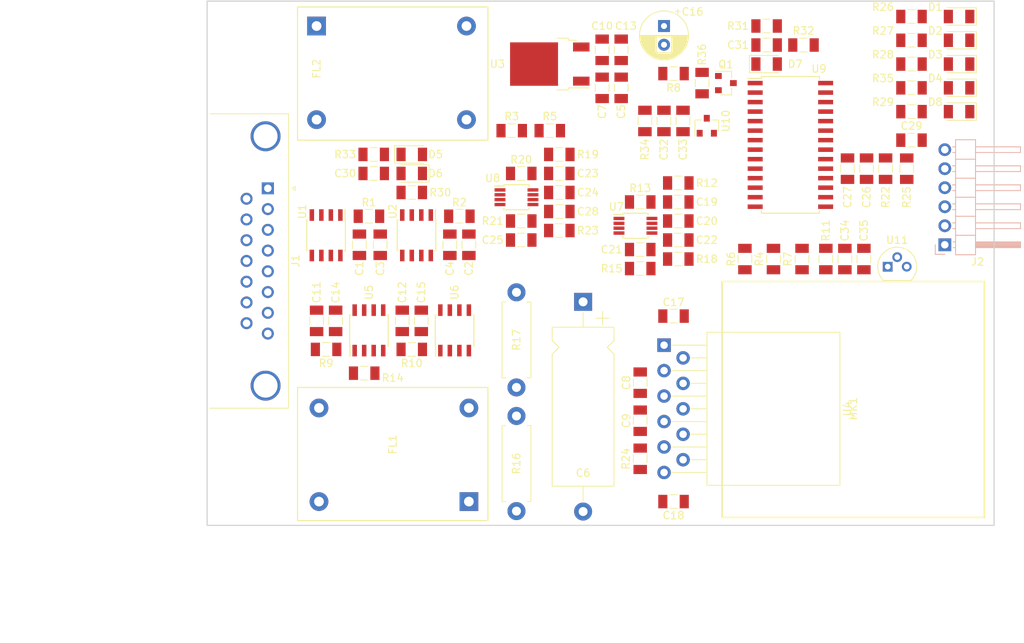
<source format=kicad_pcb>
(kicad_pcb (version 20171130) (host pcbnew "(5.0.0-rc2-dev-444-g2974a2c10)")
  (layers (0 F.Cu signal) (31 B.Cu signal) (34 B.Paste user) (35 F.Paste user) (36 B.SilkS user) (37 F.SilkS user) (38 B.Mask user) (39 F.Mask user) (44 Edge.Cuts user))
  (net 0 "")
  (net 1 "Net-(C1-Pad2)")
  (net 2 GND)
  (net 3 "Net-(C2-Pad2)")
  (net 4 +15V)
  (net 5 +5V)
  (net 6 "Net-(C11-Pad2)")
  (net 7 "Net-(C12-Pad2)")
  (net 8 OCC1)
  (net 9 "Net-(C17-Pad1)")
  (net 10 PWM2)
  (net 11 "Net-(C18-Pad2)")
  (net 12 "Net-(C19-Pad2)")
  (net 13 BMF)
  (net 14 "Net-(C23-Pad2)")
  (net 15 "Net-(C26-Pad2)")
  (net 16 OCC)
  (net 17 CSEN_FLT)
  (net 18 ID_R)
  (net 19 "Net-(C31-Pad2)")
  (net 20 "Net-(D1-Pad2)")
  (net 21 "Net-(D2-Pad2)")
  (net 22 "Net-(D3-Pad2)")
  (net 23 "Net-(D4-Pad2)")
  (net 24 ID)
  (net 25 RST)
  (net 26 OCC2)
  (net 27 PWMO2)
  (net 28 PWMO1)
  (net 29 ICSPDAT)
  (net 30 ICSPCLK)
  (net 31 "Net-(J2-Pad6)")
  (net 32 "Net-(Q1-Pad1)")
  (net 33 "Net-(R3-Pad2)")
  (net 34 BRK)
  (net 35 PWM)
  (net 36 DIR)
  (net 37 "Net-(R8-Pad1)")
  (net 38 "Net-(R13-Pad1)")
  (net 39 "Net-(R13-Pad2)")
  (net 40 TX_ENA)
  (net 41 "Net-(R18-Pad2)")
  (net 42 "Net-(R20-Pad1)")
  (net 43 "Net-(R20-Pad2)")
  (net 44 "Net-(R23-Pad2)")
  (net 45 CSEN)
  (net 46 "Net-(R26-Pad1)")
  (net 47 "Net-(R27-Pad1)")
  (net 48 "Net-(R28-Pad1)")
  (net 49 Reset_A)
  (net 50 Reset_B)
  (net 51 SYNC)
  (net 52 Sync_A)
  (net 53 Sync_B)
  (net 54 TX_B)
  (net 55 TX_A)
  (net 56 TX)
  (net 57 "Net-(U5-Pad1)")
  (net 58 RX_B)
  (net 59 RX_A)
  (net 60 RX)
  (net 61 "Net-(U9-Pad7)")
  (net 62 "Net-(U9-Pad9)")
  (net 63 "Net-(U9-Pad10)")
  (net 64 REF)
  (net 65 "Net-(C32-Pad2)")
  (net 66 "Net-(D8-Pad2)")
  (net 67 "Net-(R29-Pad1)")
  (net 68 "Net-(R35-Pad2)")
  (net 69 Vbus_flt)
  (net 70 GNDD)
  (net 71 "Net-(C34-Pad2)")
  (net 72 "Net-(FL2-Pad1)")
  (net 73 "Net-(FL2-Pad3)")
  (net 74 Vbus_flt+)
  (net 75 "Net-(U2-Pad2)")
  (net 76 "Net-(U4-Pad9)")
  (net 77 TEMP)
  (module Capacitor_SMD:C_1206_3216Metric (layer F.Cu) (at 70.32 82.535 270)
    (fp_text reference C1 (at 3.175 0 270) (layer F.SilkS))
    (fp_text value 22u)
    (pad 2 smd rect (at 1.43 0 270) (size 1.22 1.8) (layers F.Cu F.Paste F.Mask) (net 1 "Net-(C1-Pad2)"))
    (pad 1 smd rect (at -1.43 0 270) (size 1.22 1.8) (layers F.Cu F.Paste F.Mask) (net 2 GND))
  )
  (module Capacitor_SMD:C_1206_3216Metric (layer F.Cu) (at 84.925 82.535 270)
    (fp_text reference C2 (at 3.175 0 270) (layer F.SilkS))
    (fp_text value 22u)
    (pad 1 smd rect (at -1.43 0 270) (size 1.22 1.8) (layers F.Cu F.Paste F.Mask) (net 2 GND))
    (pad 2 smd rect (at 1.43 0 270) (size 1.22 1.8) (layers F.Cu F.Paste F.Mask) (net 3 "Net-(C2-Pad2)"))
  )
  (module Capacitor_SMD:C_1206_3216Metric (layer F.Cu) (at 73.096675 82.535 270)
    (fp_text reference C3 (at 3.175 0 270) (layer F.SilkS))
    (fp_text value 100n)
    (pad 1 smd rect (at -1.43 0 270) (size 1.22 1.8) (layers F.Cu F.Paste F.Mask) (net 2 GND))
    (pad 2 smd rect (at 1.43 0 270) (size 1.22 1.8) (layers F.Cu F.Paste F.Mask) (net 1 "Net-(C1-Pad2)"))
  )
  (module Capacitor_SMD:C_1206_3216Metric (layer F.Cu) (at 82.385 82.535 270)
    (fp_text reference C4 (at 3.175 0 270) (layer F.SilkS))
    (fp_text value 100n)
    (pad 1 smd rect (at -1.43 0 270) (size 1.22 1.8) (layers F.Cu F.Paste F.Mask) (net 2 GND))
    (pad 2 smd rect (at 1.43 0 270) (size 1.22 1.8) (layers F.Cu F.Paste F.Mask) (net 3 "Net-(C2-Pad2)"))
  )
  (module Capacitor_SMD:C_1206_3216Metric (layer F.Cu) (at 105.245 61.58 270)
    (fp_text reference C5 (at 3.175 0 270) (layer F.SilkS))
    (fp_text value 22u)
    (pad 1 smd rect (at -1.43 0 270) (size 1.22 1.8) (layers F.Cu F.Paste F.Mask) (net 2 GND))
    (pad 2 smd rect (at 1.43 0 270) (size 1.22 1.8) (layers F.Cu F.Paste F.Mask) (net 4 +15V))
  )
  (module Capacitor_SMD:C_1206_3216Metric (layer F.Cu) (at 102.705 61.58 270)
    (fp_text reference C7 (at 3.175 0 270) (layer F.SilkS))
    (fp_text value 100n)
    (pad 2 smd rect (at 1.43 0 270) (size 1.22 1.8) (layers F.Cu F.Paste F.Mask) (net 4 +15V))
    (pad 1 smd rect (at -1.43 0 270) (size 1.22 1.8) (layers F.Cu F.Paste F.Mask) (net 2 GND))
  )
  (module Capacitor_SMD:C_1206_3216Metric (layer F.Cu) (at 107.785 100.95 90)
    (fp_text reference C8 (at 0 -1.85 90) (layer F.SilkS))
    (fp_text value 22u)
    (pad 1 smd rect (at -1.43 0 90) (size 1.22 1.8) (layers F.Cu F.Paste F.Mask) (net 2 GND))
    (pad 2 smd rect (at 1.43 0 90) (size 1.22 1.8) (layers F.Cu F.Paste F.Mask) (net 69 Vbus_flt))
  )
  (module Capacitor_SMD:C_1206_3216Metric (layer F.Cu) (at 107.785 106.03 90)
    (fp_text reference C9 (at 0 -1.85 90) (layer F.SilkS))
    (fp_text value 100n)
    (pad 2 smd rect (at 1.43 0 90) (size 1.22 1.8) (layers F.Cu F.Paste F.Mask) (net 69 Vbus_flt))
    (pad 1 smd rect (at -1.43 0 90) (size 1.22 1.8) (layers F.Cu F.Paste F.Mask) (net 2 GND))
  )
  (module Capacitor_SMD:C_1206_3216Metric (layer F.Cu) (at 102.705 56.5 90)
    (fp_text reference C10 (at 3.175 0 180) (layer F.SilkS))
    (fp_text value 100n)
    (pad 2 smd rect (at 1.43 0 90) (size 1.22 1.8) (layers F.Cu F.Paste F.Mask) (net 5 +5V))
    (pad 1 smd rect (at -1.43 0 90) (size 1.22 1.8) (layers F.Cu F.Paste F.Mask) (net 2 GND))
  )
  (module Capacitor_SMD:C_1206_3216Metric (layer F.Cu) (at 64.605 92.695 90)
    (fp_text reference C11 (at 3.81 0 90) (layer F.SilkS))
    (fp_text value 22u)
    (pad 1 smd rect (at -1.43 0 90) (size 1.22 1.8) (layers F.Cu F.Paste F.Mask) (net 2 GND))
    (pad 2 smd rect (at 1.43 0 90) (size 1.22 1.8) (layers F.Cu F.Paste F.Mask) (net 6 "Net-(C11-Pad2)"))
  )
  (module Capacitor_SMD:C_1206_3216Metric (layer F.Cu) (at 76.035 92.695 90)
    (fp_text reference C12 (at 3.81 0 90) (layer F.SilkS))
    (fp_text value 22u)
    (pad 2 smd rect (at 1.43 0 90) (size 1.22 1.8) (layers F.Cu F.Paste F.Mask) (net 7 "Net-(C12-Pad2)"))
    (pad 1 smd rect (at -1.43 0 90) (size 1.22 1.8) (layers F.Cu F.Paste F.Mask) (net 2 GND))
  )
  (module Capacitor_SMD:C_1206_3216Metric (layer F.Cu) (at 105.245 56.5 90)
    (fp_text reference C13 (at 3.175 0.635 180) (layer F.SilkS))
    (fp_text value 22u)
    (pad 1 smd rect (at -1.43 0 90) (size 1.22 1.8) (layers F.Cu F.Paste F.Mask) (net 2 GND))
    (pad 2 smd rect (at 1.43 0 90) (size 1.22 1.8) (layers F.Cu F.Paste F.Mask) (net 5 +5V))
  )
  (module Capacitor_SMD:C_1206_3216Metric (layer F.Cu) (at 67.145 92.695 90)
    (fp_text reference C14 (at 3.81 0 90) (layer F.SilkS))
    (fp_text value 100n)
    (pad 1 smd rect (at -1.43 0 90) (size 1.22 1.8) (layers F.Cu F.Paste F.Mask) (net 2 GND))
    (pad 2 smd rect (at 1.43 0 90) (size 1.22 1.8) (layers F.Cu F.Paste F.Mask) (net 6 "Net-(C11-Pad2)"))
  )
  (module Capacitor_SMD:C_1206_3216Metric (layer F.Cu) (at 78.575 92.695 90)
    (fp_text reference C15 (at 3.81 0 90) (layer F.SilkS))
    (fp_text value 100n)
    (pad 2 smd rect (at 1.43 0 90) (size 1.22 1.8) (layers F.Cu F.Paste F.Mask) (net 7 "Net-(C12-Pad2)"))
    (pad 1 smd rect (at -1.43 0 90) (size 1.22 1.8) (layers F.Cu F.Paste F.Mask) (net 2 GND))
  )
  (module Capacitor_THT:CP_Radial_D6.3mm_P2.50mm (layer F.Cu) (at 110.96 53.325 270)
    (fp_text reference C16 (at -1.905 -3.81) (layer F.SilkS))
    (fp_text value 100u)
    (pad 1 thru_hole rect (at 0 0 270) (size 1.6 1.6) (drill 0.8) (layers *.Cu *.Mask) (net 5 +5V))
    (pad 2 thru_hole circle (at 2.5 0 270) (size 1.6 1.6) (drill 0.8) (layers *.Cu *.Mask) (net 2 GND))
  )
  (module Capacitor_SMD:C_1206_3216Metric (layer F.Cu) (at 112.23 92.06)
    (fp_text reference C17 (at 0 -1.85) (layer F.SilkS))
    (fp_text value 10n)
    (pad 2 smd rect (at 1.43 0) (size 1.22 1.8) (layers F.Cu F.Paste F.Mask) (net 8 OCC1))
    (pad 1 smd rect (at -1.43 0) (size 1.22 1.8) (layers F.Cu F.Paste F.Mask) (net 9 "Net-(C17-Pad1)"))
  )
  (module Capacitor_SMD:C_1206_3216Metric (layer F.Cu) (at 112.23 116.825 180)
    (fp_text reference C18 (at 0 -1.85 180) (layer F.SilkS))
    (fp_text value 10n)
    (pad 1 smd rect (at -1.43 0 180) (size 1.22 1.8) (layers F.Cu F.Paste F.Mask) (net 10 PWM2))
    (pad 2 smd rect (at 1.43 0 180) (size 1.22 1.8) (layers F.Cu F.Paste F.Mask) (net 11 "Net-(C18-Pad2)"))
  )
  (module Capacitor_SMD:C_1206_3216Metric (layer F.Cu) (at 112.865 76.82 180)
    (fp_text reference C19 (at -3.81 0 180) (layer F.SilkS))
    (fp_text value 22u)
    (pad 1 smd rect (at -1.43 0 180) (size 1.22 1.8) (layers F.Cu F.Paste F.Mask) (net 2 GND))
    (pad 2 smd rect (at 1.43 0 180) (size 1.22 1.8) (layers F.Cu F.Paste F.Mask) (net 12 "Net-(C19-Pad2)"))
  )
  (module Capacitor_SMD:C_1206_3216Metric (layer F.Cu) (at 112.865 79.36 180)
    (fp_text reference C20 (at -3.81 0 180) (layer F.SilkS))
    (fp_text value 100n)
    (pad 2 smd rect (at 1.43 0 180) (size 1.22 1.8) (layers F.Cu F.Paste F.Mask) (net 12 "Net-(C19-Pad2)"))
    (pad 1 smd rect (at -1.43 0 180) (size 1.22 1.8) (layers F.Cu F.Paste F.Mask) (net 2 GND))
  )
  (module Capacitor_SMD:C_1206_3216Metric (layer F.Cu) (at 107.785 83.17)
    (fp_text reference C21 (at -3.81 0) (layer F.SilkS))
    (fp_text value 100n)
    (pad 2 smd rect (at 1.43 0) (size 1.22 1.8) (layers F.Cu F.Paste F.Mask) (net 64 REF))
    (pad 1 smd rect (at -1.43 0) (size 1.22 1.8) (layers F.Cu F.Paste F.Mask) (net 2 GND))
  )
  (module Capacitor_SMD:C_1206_3216Metric (layer F.Cu) (at 112.865 81.9 180)
    (fp_text reference C22 (at -3.81 0 180) (layer F.SilkS))
    (fp_text value 1u)
    (pad 1 smd rect (at -1.43 0 180) (size 1.22 1.8) (layers F.Cu F.Paste F.Mask) (net 2 GND))
    (pad 2 smd rect (at 1.43 0 180) (size 1.22 1.8) (layers F.Cu F.Paste F.Mask) (net 13 BMF))
  )
  (module Capacitor_SMD:C_1206_3216Metric (layer F.Cu) (at 96.99 73.01 180)
    (fp_text reference C23 (at -3.81 0 180) (layer F.SilkS))
    (fp_text value 22u)
    (pad 2 smd rect (at 1.43 0 180) (size 1.22 1.8) (layers F.Cu F.Paste F.Mask) (net 14 "Net-(C23-Pad2)"))
    (pad 1 smd rect (at -1.43 0 180) (size 1.22 1.8) (layers F.Cu F.Paste F.Mask) (net 2 GND))
  )
  (module Capacitor_SMD:C_1206_3216Metric (layer F.Cu) (at 96.99 75.55 180)
    (fp_text reference C24 (at -3.81 0 180) (layer F.SilkS))
    (fp_text value 100n)
    (pad 1 smd rect (at -1.43 0 180) (size 1.22 1.8) (layers F.Cu F.Paste F.Mask) (net 2 GND))
    (pad 2 smd rect (at 1.43 0 180) (size 1.22 1.8) (layers F.Cu F.Paste F.Mask) (net 14 "Net-(C23-Pad2)"))
  )
  (module Capacitor_SMD:C_1206_3216Metric (layer F.Cu) (at 91.91 81.9)
    (fp_text reference C25 (at -3.81 0) (layer F.SilkS))
    (fp_text value 100n)
    (pad 1 smd rect (at -1.43 0) (size 1.22 1.8) (layers F.Cu F.Paste F.Mask) (net 2 GND))
    (pad 2 smd rect (at 1.43 0) (size 1.22 1.8) (layers F.Cu F.Paste F.Mask) (net 64 REF))
  )
  (module Capacitor_SMD:C_1206_3216Metric (layer F.Cu) (at 137.984052 72.372479 90)
    (fp_text reference C26 (at -3.81 0 90) (layer F.SilkS))
    (fp_text value 22u)
    (pad 2 smd rect (at 1.43 0 90) (size 1.22 1.8) (layers F.Cu F.Paste F.Mask) (net 15 "Net-(C26-Pad2)"))
    (pad 1 smd rect (at -1.43 0 90) (size 1.22 1.8) (layers F.Cu F.Paste F.Mask) (net 2 GND))
  )
  (module Capacitor_SMD:C_1206_3216Metric (layer F.Cu) (at 135.444052 72.372479 90)
    (fp_text reference C27 (at -3.81 0 90) (layer F.SilkS))
    (fp_text value 100n)
    (pad 1 smd rect (at -1.43 0 90) (size 1.22 1.8) (layers F.Cu F.Paste F.Mask) (net 2 GND))
    (pad 2 smd rect (at 1.43 0 90) (size 1.22 1.8) (layers F.Cu F.Paste F.Mask) (net 15 "Net-(C26-Pad2)"))
  )
  (module Capacitor_SMD:C_1206_3216Metric (layer F.Cu) (at 96.99 78.09 180)
    (fp_text reference C28 (at -3.81 0 180) (layer F.SilkS))
    (fp_text value 1u)
    (pad 1 smd rect (at -1.43 0 180) (size 1.22 1.8) (layers F.Cu F.Paste F.Mask) (net 2 GND))
    (pad 2 smd rect (at 1.43 0 180) (size 1.22 1.8) (layers F.Cu F.Paste F.Mask) (net 16 OCC))
  )
  (module Capacitor_SMD:C_1206_3216Metric (layer F.Cu) (at 143.98 68.565 180)
    (fp_text reference C29 (at 0 1.905 180) (layer F.SilkS))
    (fp_text value 22u)
    (pad 2 smd rect (at 1.43 0 180) (size 1.22 1.8) (layers F.Cu F.Paste F.Mask) (net 17 CSEN_FLT))
    (pad 1 smd rect (at -1.43 0 180) (size 1.22 1.8) (layers F.Cu F.Paste F.Mask) (net 2 GND))
  )
  (module Capacitor_SMD:C_1206_3216Metric (layer F.Cu) (at 72.225 73.01 180)
    (fp_text reference C30 (at 3.81 0 180) (layer F.SilkS))
    (fp_text value 22u)
    (pad 2 smd rect (at 1.43 0 180) (size 1.22 1.8) (layers F.Cu F.Paste F.Mask) (net 18 ID_R))
    (pad 1 smd rect (at -1.43 0 180) (size 1.22 1.8) (layers F.Cu F.Paste F.Mask) (net 2 GND))
  )
  (module Capacitor_SMD:C_1206_3216Metric (layer F.Cu) (at 124.649052 55.862479)
    (fp_text reference C31 (at -3.81 0) (layer F.SilkS))
    (fp_text value 100n)
    (pad 2 smd rect (at 1.43 0) (size 1.22 1.8) (layers F.Cu F.Paste F.Mask) (net 19 "Net-(C31-Pad2)"))
    (pad 1 smd rect (at -1.43 0) (size 1.22 1.8) (layers F.Cu F.Paste F.Mask) (net 2 GND))
  )
  (module LED_SMD:LED_1206_3216Metric (layer F.Cu) (at 150.33 52.055 180)
    (fp_text reference D1 (at 3.175 1.27 180) (layer F.SilkS))
    (fp_text value LED)
    (pad 1 smd rect (at -1.43 0 180) (size 1.22 1.8) (layers F.Cu F.Paste F.Mask) (net 2 GND))
    (pad 2 smd rect (at 1.43 0 180) (size 1.22 1.8) (layers F.Cu F.Paste F.Mask) (net 20 "Net-(D1-Pad2)"))
  )
  (module LED_SMD:LED_1206_3216Metric (layer F.Cu) (at 150.33 55.23 180)
    (fp_text reference D2 (at 3.175 1.27 180) (layer F.SilkS))
    (fp_text value LED)
    (pad 1 smd rect (at -1.43 0 180) (size 1.22 1.8) (layers F.Cu F.Paste F.Mask) (net 2 GND))
    (pad 2 smd rect (at 1.43 0 180) (size 1.22 1.8) (layers F.Cu F.Paste F.Mask) (net 21 "Net-(D2-Pad2)"))
  )
  (module LED_SMD:LED_1206_3216Metric (layer F.Cu) (at 150.33 58.405 180)
    (fp_text reference D3 (at 3.175 1.27 180) (layer F.SilkS))
    (fp_text value LED)
    (pad 2 smd rect (at 1.43 0 180) (size 1.22 1.8) (layers F.Cu F.Paste F.Mask) (net 22 "Net-(D3-Pad2)"))
    (pad 1 smd rect (at -1.43 0 180) (size 1.22 1.8) (layers F.Cu F.Paste F.Mask) (net 2 GND))
  )
  (module LED_SMD:LED_1206_3216Metric (layer F.Cu) (at 150.33 61.58 180)
    (fp_text reference D4 (at 3.175 1.27 180) (layer F.SilkS))
    (fp_text value LED)
    (pad 2 smd rect (at 1.43 0 180) (size 1.22 1.8) (layers F.Cu F.Paste F.Mask) (net 23 "Net-(D4-Pad2)"))
    (pad 1 smd rect (at -1.43 0 180) (size 1.22 1.8) (layers F.Cu F.Paste F.Mask) (net 2 GND))
  )
  (module Diode_SMD:D_1206_3216Metric (layer F.Cu) (at 77.305 70.47)
    (fp_text reference D5 (at 3.175 0) (layer F.SilkS))
    (fp_text value 1n4148)
    (pad 1 smd rect (at -1.43 0) (size 1.22 1.8) (layers F.Cu F.Paste F.Mask) (net 5 +5V))
    (pad 2 smd rect (at 1.43 0) (size 1.22 1.8) (layers F.Cu F.Paste F.Mask) (net 24 ID))
  )
  (module Diode_SMD:D_1206_3216Metric (layer F.Cu) (at 77.305 73.01 180)
    (fp_text reference D6 (at -3.175 0 180) (layer F.SilkS))
    (fp_text value 1n4148)
    (pad 2 smd rect (at 1.43 0 180) (size 1.22 1.8) (layers F.Cu F.Paste F.Mask) (net 2 GND))
    (pad 1 smd rect (at -1.43 0 180) (size 1.22 1.8) (layers F.Cu F.Paste F.Mask) (net 24 ID))
  )
  (module Diode_SMD:D_1206_3216Metric (layer F.Cu) (at 124.649052 58.402479)
    (fp_text reference D7 (at 3.81 0) (layer F.SilkS))
    (fp_text value 1n4148)
    (pad 1 smd rect (at -1.43 0) (size 1.22 1.8) (layers F.Cu F.Paste F.Mask) (net 25 RST))
    (pad 2 smd rect (at 1.43 0) (size 1.22 1.8) (layers F.Cu F.Paste F.Mask) (net 19 "Net-(C31-Pad2)"))
  )
  (module Package_TO_SOT_SMD:SOT-23 (layer F.Cu) (at 119.215 60.945)
    (fp_text reference Q1 (at 0 -2.5) (layer F.SilkS))
    (fp_text value 2N7002)
    (pad 1 smd rect (at -1 -0.95) (size 0.9 0.8) (layers F.Cu F.Paste F.Mask) (net 32 "Net-(Q1-Pad1)"))
    (pad 2 smd rect (at -1 0.95) (size 0.9 0.8) (layers F.Cu F.Paste F.Mask) (net 2 GND))
    (pad 3 smd rect (at 1 0) (size 0.9 0.8) (layers F.Cu F.Paste F.Mask) (net 25 RST))
  )
  (module Resistor_SMD:R_1206_3216Metric (layer F.Cu) (at 71.59 78.725)
    (fp_text reference R1 (at 0 -1.85) (layer F.SilkS))
    (fp_text value 10E)
    (pad 2 smd rect (at 1.43 0) (size 1.22 1.8) (layers F.Cu F.Paste F.Mask) (net 5 +5V))
    (pad 1 smd rect (at -1.43 0) (size 1.22 1.8) (layers F.Cu F.Paste F.Mask) (net 1 "Net-(C1-Pad2)"))
  )
  (module Resistor_SMD:R_1206_3216Metric (layer F.Cu) (at 83.655 78.725)
    (fp_text reference R2 (at 0 -1.85) (layer F.SilkS))
    (fp_text value 10E)
    (pad 2 smd rect (at 1.43 0) (size 1.22 1.8) (layers F.Cu F.Paste F.Mask) (net 5 +5V))
    (pad 1 smd rect (at -1.43 0) (size 1.22 1.8) (layers F.Cu F.Paste F.Mask) (net 3 "Net-(C2-Pad2)"))
  )
  (module Resistor_SMD:R_1206_3216Metric (layer F.Cu) (at 90.64 67.295)
    (fp_text reference R3 (at 0 -1.905) (layer F.SilkS))
    (fp_text value 10E)
    (pad 2 smd rect (at 1.43 0) (size 1.22 1.8) (layers F.Cu F.Paste F.Mask) (net 33 "Net-(R3-Pad2)"))
    (pad 1 smd rect (at -1.43 0) (size 1.22 1.8) (layers F.Cu F.Paste F.Mask) (net 74 Vbus_flt+))
  )
  (module Resistor_SMD:R_1206_3216Metric (layer F.Cu) (at 125.565 84.44 270)
    (fp_text reference R4 (at 0 1.905 270) (layer F.SilkS))
    (fp_text value 4K7)
    (pad 2 smd rect (at 1.43 0 270) (size 1.22 1.8) (layers F.Cu F.Paste F.Mask) (net 5 +5V))
    (pad 1 smd rect (at -1.43 0 270) (size 1.22 1.8) (layers F.Cu F.Paste F.Mask) (net 34 BRK))
  )
  (module Resistor_SMD:R_1206_3216Metric (layer F.Cu) (at 95.72 67.295)
    (fp_text reference R5 (at 0 -1.905) (layer F.SilkS))
    (fp_text value 10E)
    (pad 1 smd rect (at -1.43 0) (size 1.22 1.8) (layers F.Cu F.Paste F.Mask) (net 33 "Net-(R3-Pad2)"))
    (pad 2 smd rect (at 1.43 0) (size 1.22 1.8) (layers F.Cu F.Paste F.Mask) (net 4 +15V))
  )
  (module Resistor_SMD:R_1206_3216Metric (layer F.Cu) (at 121.755 84.44 90)
    (fp_text reference R6 (at 0 -1.85 90) (layer F.SilkS))
    (fp_text value 4K7)
    (pad 1 smd rect (at -1.43 0 90) (size 1.22 1.8) (layers F.Cu F.Paste F.Mask) (net 2 GND))
    (pad 2 smd rect (at 1.43 0 90) (size 1.22 1.8) (layers F.Cu F.Paste F.Mask) (net 35 PWM))
  )
  (module Resistor_SMD:R_1206_3216Metric (layer F.Cu) (at 129.375 84.44 90)
    (fp_text reference R7 (at 0 -1.905 90) (layer F.SilkS))
    (fp_text value 4K7)
    (pad 1 smd rect (at -1.43 0 90) (size 1.22 1.8) (layers F.Cu F.Paste F.Mask) (net 2 GND))
    (pad 2 smd rect (at 1.43 0 90) (size 1.22 1.8) (layers F.Cu F.Paste F.Mask) (net 36 DIR))
  )
  (module Resistor_SMD:R_1206_3216Metric (layer F.Cu) (at 112.23 59.675)
    (fp_text reference R8 (at 0 1.905) (layer F.SilkS))
    (fp_text value 100E)
    (pad 1 smd rect (at -1.43 0) (size 1.22 1.8) (layers F.Cu F.Paste F.Mask) (net 37 "Net-(R8-Pad1)"))
    (pad 2 smd rect (at 1.43 0) (size 1.22 1.8) (layers F.Cu F.Paste F.Mask) (net 32 "Net-(Q1-Pad1)"))
  )
  (module Resistor_SMD:R_1206_3216Metric (layer F.Cu) (at 65.875 96.505 180)
    (fp_text reference R9 (at 0 -1.85 180) (layer F.SilkS))
    (fp_text value 10E)
    (pad 1 smd rect (at -1.43 0 180) (size 1.22 1.8) (layers F.Cu F.Paste F.Mask) (net 6 "Net-(C11-Pad2)"))
    (pad 2 smd rect (at 1.43 0 180) (size 1.22 1.8) (layers F.Cu F.Paste F.Mask) (net 5 +5V))
  )
  (module Resistor_SMD:R_1206_3216Metric (layer F.Cu) (at 77.305 96.505 180)
    (fp_text reference R10 (at 0 -1.85 180) (layer F.SilkS))
    (fp_text value 10E)
    (pad 1 smd rect (at -1.43 0 180) (size 1.22 1.8) (layers F.Cu F.Paste F.Mask) (net 7 "Net-(C12-Pad2)"))
    (pad 2 smd rect (at 1.43 0 180) (size 1.22 1.8) (layers F.Cu F.Paste F.Mask) (net 5 +5V))
  )
  (module Resistor_SMD:R_1206_3216Metric (layer F.Cu) (at 132.55 84.44 270)
    (fp_text reference R11 (at -3.81 0 270) (layer F.SilkS))
    (fp_text value 10E)
    (pad 2 smd rect (at 1.43 0 270) (size 1.22 1.8) (layers F.Cu F.Paste F.Mask) (net 5 +5V))
    (pad 1 smd rect (at -1.43 0 270) (size 1.22 1.8) (layers F.Cu F.Paste F.Mask) (net 71 "Net-(C34-Pad2)"))
  )
  (module Resistor_SMD:R_1206_3216Metric (layer F.Cu) (at 112.865 74.28 180)
    (fp_text reference R12 (at -3.81 0 180) (layer F.SilkS))
    (fp_text value 10E)
    (pad 2 smd rect (at 1.43 0 180) (size 1.22 1.8) (layers F.Cu F.Paste F.Mask) (net 12 "Net-(C19-Pad2)"))
    (pad 1 smd rect (at -1.43 0 180) (size 1.22 1.8) (layers F.Cu F.Paste F.Mask) (net 5 +5V))
  )
  (module Resistor_SMD:R_1206_3216Metric (layer F.Cu) (at 107.785 76.82)
    (fp_text reference R13 (at 0 -1.85) (layer F.SilkS))
    (fp_text value 10E)
    (pad 1 smd rect (at -1.43 0) (size 1.22 1.8) (layers F.Cu F.Paste F.Mask) (net 38 "Net-(R13-Pad1)"))
    (pad 2 smd rect (at 1.43 0) (size 1.22 1.8) (layers F.Cu F.Paste F.Mask) (net 39 "Net-(R13-Pad2)"))
  )
  (module Resistor_SMD:R_1206_3216Metric (layer F.Cu) (at 70.955 99.68)
    (fp_text reference R14 (at 3.81 0.635) (layer F.SilkS))
    (fp_text value 4K7)
    (pad 2 smd rect (at 1.43 0) (size 1.22 1.8) (layers F.Cu F.Paste F.Mask) (net 40 TX_ENA))
    (pad 1 smd rect (at -1.43 0) (size 1.22 1.8) (layers F.Cu F.Paste F.Mask) (net 2 GND))
  )
  (module Resistor_SMD:R_1206_3216Metric (layer F.Cu) (at 107.785 85.71 180)
    (fp_text reference R15 (at 3.81 0 180) (layer F.SilkS))
    (fp_text value 10E)
    (pad 2 smd rect (at 1.43 0 180) (size 1.22 1.8) (layers F.Cu F.Paste F.Mask) (net 2 GND))
    (pad 1 smd rect (at -1.43 0 180) (size 1.22 1.8) (layers F.Cu F.Paste F.Mask) (net 64 REF))
  )
  (module Resistor_SMD:R_1206_3216Metric (layer F.Cu) (at 112.865 84.44)
    (fp_text reference R18 (at 3.81 0) (layer F.SilkS))
    (fp_text value 100E)
    (pad 1 smd rect (at -1.43 0) (size 1.22 1.8) (layers F.Cu F.Paste F.Mask) (net 13 BMF))
    (pad 2 smd rect (at 1.43 0) (size 1.22 1.8) (layers F.Cu F.Paste F.Mask) (net 41 "Net-(R18-Pad2)"))
  )
  (module Resistor_SMD:R_1206_3216Metric (layer F.Cu) (at 96.99 70.47 180)
    (fp_text reference R19 (at -3.81 0 180) (layer F.SilkS))
    (fp_text value 10E)
    (pad 2 smd rect (at 1.43 0 180) (size 1.22 1.8) (layers F.Cu F.Paste F.Mask) (net 14 "Net-(C23-Pad2)"))
    (pad 1 smd rect (at -1.43 0 180) (size 1.22 1.8) (layers F.Cu F.Paste F.Mask) (net 5 +5V))
  )
  (module Resistor_SMD:R_1206_3216Metric (layer F.Cu) (at 91.91 73.01)
    (fp_text reference R20 (at 0 -1.85) (layer F.SilkS))
    (fp_text value 10E)
    (pad 1 smd rect (at -1.43 0) (size 1.22 1.8) (layers F.Cu F.Paste F.Mask) (net 42 "Net-(R20-Pad1)"))
    (pad 2 smd rect (at 1.43 0) (size 1.22 1.8) (layers F.Cu F.Paste F.Mask) (net 43 "Net-(R20-Pad2)"))
  )
  (module Resistor_SMD:R_1206_3216Metric (layer F.Cu) (at 91.91 79.36 180)
    (fp_text reference R21 (at 3.81 0 180) (layer F.SilkS))
    (fp_text value 10E)
    (pad 2 smd rect (at 1.43 0 180) (size 1.22 1.8) (layers F.Cu F.Paste F.Mask) (net 2 GND))
    (pad 1 smd rect (at -1.43 0 180) (size 1.22 1.8) (layers F.Cu F.Paste F.Mask) (net 64 REF))
  )
  (module Resistor_SMD:R_1206_3216Metric (layer F.Cu) (at 140.524052 72.372479 90)
    (fp_text reference R22 (at -3.81 0 90) (layer F.SilkS))
    (fp_text value 10E)
    (pad 1 smd rect (at -1.43 0 90) (size 1.22 1.8) (layers F.Cu F.Paste F.Mask) (net 5 +5V))
    (pad 2 smd rect (at 1.43 0 90) (size 1.22 1.8) (layers F.Cu F.Paste F.Mask) (net 15 "Net-(C26-Pad2)"))
  )
  (module Resistor_SMD:R_1206_3216Metric (layer F.Cu) (at 96.99 80.63)
    (fp_text reference R23 (at 3.81 0) (layer F.SilkS))
    (fp_text value 100E)
    (pad 1 smd rect (at -1.43 0) (size 1.22 1.8) (layers F.Cu F.Paste F.Mask) (net 16 OCC))
    (pad 2 smd rect (at 1.43 0) (size 1.22 1.8) (layers F.Cu F.Paste F.Mask) (net 44 "Net-(R23-Pad2)"))
  )
  (module Resistor_SMD:R_1206_3216Metric (layer F.Cu) (at 107.785 111.11 270)
    (fp_text reference R24 (at 0 1.905 270) (layer F.SilkS))
    (fp_text value 3K3)
    (pad 2 smd rect (at 1.43 0 270) (size 1.22 1.8) (layers F.Cu F.Paste F.Mask) (net 45 CSEN))
    (pad 1 smd rect (at -1.43 0 270) (size 1.22 1.8) (layers F.Cu F.Paste F.Mask) (net 2 GND))
  )
  (module Resistor_SMD:R_1206_3216Metric (layer F.Cu) (at 143.345 72.375 90)
    (fp_text reference R25 (at -3.81 0 90) (layer F.SilkS))
    (fp_text value 1K)
    (pad 1 smd rect (at -1.43 0 90) (size 1.22 1.8) (layers F.Cu F.Paste F.Mask) (net 45 CSEN))
    (pad 2 smd rect (at 1.43 0 90) (size 1.22 1.8) (layers F.Cu F.Paste F.Mask) (net 17 CSEN_FLT))
  )
  (module Resistor_SMD:R_1206_3216Metric (layer F.Cu) (at 143.98 52.055)
    (fp_text reference R26 (at -3.81 -1.27) (layer F.SilkS))
    (fp_text value 330E)
    (pad 2 smd rect (at 1.43 0) (size 1.22 1.8) (layers F.Cu F.Paste F.Mask) (net 20 "Net-(D1-Pad2)"))
    (pad 1 smd rect (at -1.43 0) (size 1.22 1.8) (layers F.Cu F.Paste F.Mask) (net 46 "Net-(R26-Pad1)"))
  )
  (module Resistor_SMD:R_1206_3216Metric (layer F.Cu) (at 143.98 55.23)
    (fp_text reference R27 (at -3.81 -1.27) (layer F.SilkS))
    (fp_text value 330E)
    (pad 1 smd rect (at -1.43 0) (size 1.22 1.8) (layers F.Cu F.Paste F.Mask) (net 47 "Net-(R27-Pad1)"))
    (pad 2 smd rect (at 1.43 0) (size 1.22 1.8) (layers F.Cu F.Paste F.Mask) (net 21 "Net-(D2-Pad2)"))
  )
  (module Resistor_SMD:R_1206_3216Metric (layer F.Cu) (at 143.98 58.405)
    (fp_text reference R28 (at -3.81 -1.27) (layer F.SilkS))
    (fp_text value 330E)
    (pad 2 smd rect (at 1.43 0) (size 1.22 1.8) (layers F.Cu F.Paste F.Mask) (net 22 "Net-(D3-Pad2)"))
    (pad 1 smd rect (at -1.43 0) (size 1.22 1.8) (layers F.Cu F.Paste F.Mask) (net 48 "Net-(R28-Pad1)"))
  )
  (module Resistor_SMD:R_1206_3216Metric (layer F.Cu) (at 143.98 64.755)
    (fp_text reference R29 (at -3.81 -1.27) (layer F.SilkS))
    (fp_text value 330E)
    (pad 2 smd rect (at 1.43 0) (size 1.22 1.8) (layers F.Cu F.Paste F.Mask) (net 66 "Net-(D8-Pad2)"))
    (pad 1 smd rect (at -1.43 0) (size 1.22 1.8) (layers F.Cu F.Paste F.Mask) (net 67 "Net-(R29-Pad1)"))
  )
  (module Resistor_SMD:R_1206_3216Metric (layer F.Cu) (at 77.305 75.55)
    (fp_text reference R30 (at 3.81 0) (layer F.SilkS))
    (fp_text value 1K)
    (pad 1 smd rect (at -1.43 0) (size 1.22 1.8) (layers F.Cu F.Paste F.Mask) (net 18 ID_R))
    (pad 2 smd rect (at 1.43 0) (size 1.22 1.8) (layers F.Cu F.Paste F.Mask) (net 24 ID))
  )
  (module Resistor_SMD:R_1206_3216Metric (layer F.Cu) (at 124.649052 53.322479 180)
    (fp_text reference R31 (at 3.81 0 180) (layer F.SilkS))
    (fp_text value 100K)
    (pad 1 smd rect (at -1.43 0 180) (size 1.22 1.8) (layers F.Cu F.Paste F.Mask) (net 19 "Net-(C31-Pad2)"))
    (pad 2 smd rect (at 1.43 0 180) (size 1.22 1.8) (layers F.Cu F.Paste F.Mask) (net 2 GND))
  )
  (module Resistor_SMD:R_1206_3216Metric (layer F.Cu) (at 129.569052 55.862479 180)
    (fp_text reference R32 (at 0 1.905 180) (layer F.SilkS))
    (fp_text value 10K)
    (pad 1 smd rect (at -1.43 0 180) (size 1.22 1.8) (layers F.Cu F.Paste F.Mask) (net 5 +5V))
    (pad 2 smd rect (at 1.43 0 180) (size 1.22 1.8) (layers F.Cu F.Paste F.Mask) (net 19 "Net-(C31-Pad2)"))
  )
  (module Resistor_SMD:R_1206_3216Metric (layer F.Cu) (at 72.225 70.47 180)
    (fp_text reference R33 (at 3.81 0 180) (layer F.SilkS))
    (fp_text value 1K)
    (pad 2 smd rect (at 1.43 0 180) (size 1.22 1.8) (layers F.Cu F.Paste F.Mask) (net 18 ID_R))
    (pad 1 smd rect (at -1.43 0 180) (size 1.22 1.8) (layers F.Cu F.Paste F.Mask) (net 5 +5V))
  )
  (module Package_SO:SOIC-8_3.9x4.9mm_P1.27mm (layer F.Cu) (at 65.875 81.265 270)
    (fp_text reference U1 (at -3.175 3.175 270) (layer F.SilkS))
    (fp_text value ST485EBDR)
    (pad 1 smd rect (at -2.7 -1.905 270) (size 1.55 0.6) (layers F.Cu F.Paste F.Mask) (net 37 "Net-(R8-Pad1)"))
    (pad 2 smd rect (at -2.7 -0.635 270) (size 1.55 0.6) (layers F.Cu F.Paste F.Mask) (net 2 GND))
    (pad 3 smd rect (at -2.7 0.635 270) (size 1.55 0.6) (layers F.Cu F.Paste F.Mask) (net 2 GND))
    (pad 4 smd rect (at -2.7 1.905 270) (size 1.55 0.6) (layers F.Cu F.Paste F.Mask) (net 2 GND))
    (pad 5 smd rect (at 2.7 1.905 270) (size 1.55 0.6) (layers F.Cu F.Paste F.Mask) (net 2 GND))
    (pad 6 smd rect (at 2.7 0.635 270) (size 1.55 0.6) (layers F.Cu F.Paste F.Mask) (net 49 Reset_A))
    (pad 7 smd rect (at 2.7 -0.635 270) (size 1.55 0.6) (layers F.Cu F.Paste F.Mask) (net 50 Reset_B))
    (pad 8 smd rect (at 2.7 -1.905 270) (size 1.55 0.6) (layers F.Cu F.Paste F.Mask) (net 1 "Net-(C1-Pad2)"))
  )
  (module Package_SO:SOIC-8_3.9x4.9mm_P1.27mm (layer F.Cu) (at 77.94 81.265 270)
    (fp_text reference U2 (at -3.175 3.175 270) (layer F.SilkS))
    (fp_text value ST485EBDR)
    (pad 1 smd rect (at -2.7 -1.905 270) (size 1.55 0.6) (layers F.Cu F.Paste F.Mask) (net 51 SYNC))
    (pad 2 smd rect (at -2.7 -0.635 270) (size 1.55 0.6) (layers F.Cu F.Paste F.Mask) (net 75 "Net-(U2-Pad2)"))
    (pad 3 smd rect (at -2.7 0.635 270) (size 1.55 0.6) (layers F.Cu F.Paste F.Mask) (net 75 "Net-(U2-Pad2)"))
    (pad 4 smd rect (at -2.7 1.905 270) (size 1.55 0.6) (layers F.Cu F.Paste F.Mask) (net 75 "Net-(U2-Pad2)"))
    (pad 5 smd rect (at 2.7 1.905 270) (size 1.55 0.6) (layers F.Cu F.Paste F.Mask) (net 75 "Net-(U2-Pad2)"))
    (pad 6 smd rect (at 2.7 0.635 270) (size 1.55 0.6) (layers F.Cu F.Paste F.Mask) (net 52 Sync_A))
    (pad 7 smd rect (at 2.7 -0.635 270) (size 1.55 0.6) (layers F.Cu F.Paste F.Mask) (net 53 Sync_B))
    (pad 8 smd rect (at 2.7 -1.905 270) (size 1.55 0.6) (layers F.Cu F.Paste F.Mask) (net 3 "Net-(C2-Pad2)"))
  )
  (module Package_TO_SOT_SMD:TO-252-2 (layer F.Cu) (at 95.72 58.405 180)
    (fp_text reference U3 (at 6.985 0 180) (layer F.SilkS))
    (fp_text value LM78M05_TO252)
    (pad 1 smd rect (at -4.2 -2.28 180) (size 2.2 1.2) (layers F.Cu F.Paste F.Mask) (net 4 +15V))
    (pad 3 smd rect (at -4.2 2.28 180) (size 2.2 1.2) (layers F.Cu F.Paste F.Mask) (net 5 +5V))
    (pad 2 smd rect (at 2.1 0 180) (size 6.4 5.8) (layers F.Cu F.Mask) (net 2 GND))
  )
  (module Package_TO_SOT_THT:TO-220-11_Horizontal_TabDown_StaggeredType1_Py2.54mm (layer F.Cu) (at 110.967015 95.937987 270)
    (fp_text reference U4 (at 8.5 -24.46 270) (layer F.SilkS))
    (fp_text value LMD18200)
    (pad "" np_thru_hole oval (at 8.5 -20.54 270) (size 3.5 3.5) (drill 3.5) (layers *.Cu *.Mask))
    (pad 1 thru_hole rect (at 0 0 270) (size 1.8 1.8) (drill 1) (layers *.Cu *.Mask) (net 9 "Net-(C17-Pad1)"))
    (pad 2 thru_hole oval (at 1.7 -2.54 270) (size 1.8 1.8) (drill 1) (layers *.Cu *.Mask) (net 8 OCC1))
    (pad 3 thru_hole oval (at 3.4 0 270) (size 1.8 1.8) (drill 1) (layers *.Cu *.Mask) (net 36 DIR))
    (pad 4 thru_hole oval (at 5.1 -2.54 270) (size 1.8 1.8) (drill 1) (layers *.Cu *.Mask) (net 34 BRK))
    (pad 5 thru_hole oval (at 6.8 0 270) (size 1.8 1.8) (drill 1) (layers *.Cu *.Mask) (net 35 PWM))
    (pad 6 thru_hole oval (at 8.5 -2.54 270) (size 1.8 1.8) (drill 1) (layers *.Cu *.Mask) (net 69 Vbus_flt))
    (pad 7 thru_hole oval (at 10.2 0 270) (size 1.8 1.8) (drill 1) (layers *.Cu *.Mask) (net 2 GND))
    (pad 8 thru_hole oval (at 11.9 -2.54 270) (size 1.8 1.8) (drill 1) (layers *.Cu *.Mask) (net 45 CSEN))
    (pad 9 thru_hole oval (at 13.6 0 270) (size 1.8 1.8) (drill 1) (layers *.Cu *.Mask) (net 76 "Net-(U4-Pad9)"))
    (pad 10 thru_hole oval (at 15.3 -2.54 270) (size 1.8 1.8) (drill 1) (layers *.Cu *.Mask) (net 10 PWM2))
    (pad 11 thru_hole oval (at 17 0 270) (size 1.8 1.8) (drill 1) (layers *.Cu *.Mask) (net 11 "Net-(C18-Pad2)"))
  )
  (module Package_SO:SOIC-8_3.9x4.9mm_P1.27mm (layer F.Cu) (at 71.59 93.965 90)
    (fp_text reference U5 (at 5.08 0 90) (layer F.SilkS))
    (fp_text value ST485EBDR)
    (pad 8 smd rect (at 2.7 -1.905 90) (size 1.55 0.6) (layers F.Cu F.Paste F.Mask) (net 6 "Net-(C11-Pad2)"))
    (pad 7 smd rect (at 2.7 -0.635 90) (size 1.55 0.6) (layers F.Cu F.Paste F.Mask) (net 54 TX_B))
    (pad 6 smd rect (at 2.7 0.635 90) (size 1.55 0.6) (layers F.Cu F.Paste F.Mask) (net 55 TX_A))
    (pad 5 smd rect (at 2.7 1.905 90) (size 1.55 0.6) (layers F.Cu F.Paste F.Mask) (net 2 GND))
    (pad 4 smd rect (at -2.7 1.905 90) (size 1.55 0.6) (layers F.Cu F.Paste F.Mask) (net 56 TX))
    (pad 3 smd rect (at -2.7 0.635 90) (size 1.55 0.6) (layers F.Cu F.Paste F.Mask) (net 40 TX_ENA))
    (pad 2 smd rect (at -2.7 -0.635 90) (size 1.55 0.6) (layers F.Cu F.Paste F.Mask) (net 6 "Net-(C11-Pad2)"))
    (pad 1 smd rect (at -2.7 -1.905 90) (size 1.55 0.6) (layers F.Cu F.Paste F.Mask) (net 57 "Net-(U5-Pad1)"))
  )
  (module Package_SO:SOIC-8_3.9x4.9mm_P1.27mm (layer F.Cu) (at 83.02 93.965 90)
    (fp_text reference U6 (at 5.08 0 90) (layer F.SilkS))
    (fp_text value ST485EBDR)
    (pad 8 smd rect (at 2.7 -1.905 90) (size 1.55 0.6) (layers F.Cu F.Paste F.Mask) (net 7 "Net-(C12-Pad2)"))
    (pad 7 smd rect (at 2.7 -0.635 90) (size 1.55 0.6) (layers F.Cu F.Paste F.Mask) (net 58 RX_B))
    (pad 6 smd rect (at 2.7 0.635 90) (size 1.55 0.6) (layers F.Cu F.Paste F.Mask) (net 59 RX_A))
    (pad 5 smd rect (at 2.7 1.905 90) (size 1.55 0.6) (layers F.Cu F.Paste F.Mask) (net 2 GND))
    (pad 4 smd rect (at -2.7 1.905 90) (size 1.55 0.6) (layers F.Cu F.Paste F.Mask) (net 2 GND))
    (pad 3 smd rect (at -2.7 0.635 90) (size 1.55 0.6) (layers F.Cu F.Paste F.Mask) (net 2 GND))
    (pad 2 smd rect (at -2.7 -0.635 90) (size 1.55 0.6) (layers F.Cu F.Paste F.Mask) (net 2 GND))
    (pad 1 smd rect (at -2.7 -1.905 90) (size 1.55 0.6) (layers F.Cu F.Paste F.Mask) (net 60 RX))
  )
  (module Package_SO:MSOP-8_3x3mm_P0.65mm (layer F.Cu) (at 107.15 79.995)
    (fp_text reference U7 (at -2.54 -2.54) (layer F.SilkS))
    (fp_text value INA326)
    (pad 1 smd rect (at -2.2 -0.975) (size 1.45 0.45) (layers F.Cu F.Paste F.Mask) (net 38 "Net-(R13-Pad1)"))
    (pad 2 smd rect (at -2.2 -0.325) (size 1.45 0.45) (layers F.Cu F.Paste F.Mask) (net 10 PWM2))
    (pad 3 smd rect (at -2.2 0.325) (size 1.45 0.45) (layers F.Cu F.Paste F.Mask) (net 8 OCC1))
    (pad 4 smd rect (at -2.2 0.975) (size 1.45 0.45) (layers F.Cu F.Paste F.Mask) (net 2 GND))
    (pad 5 smd rect (at 2.2 0.975) (size 1.45 0.45) (layers F.Cu F.Paste F.Mask) (net 64 REF))
    (pad 6 smd rect (at 2.2 0.325) (size 1.45 0.45) (layers F.Cu F.Paste F.Mask) (net 41 "Net-(R18-Pad2)"))
    (pad 7 smd rect (at 2.2 -0.325) (size 1.45 0.45) (layers F.Cu F.Paste F.Mask) (net 12 "Net-(C19-Pad2)"))
    (pad 8 smd rect (at 2.2 -0.975) (size 1.45 0.45) (layers F.Cu F.Paste F.Mask) (net 39 "Net-(R13-Pad2)"))
  )
  (module Package_SO:MSOP-8_3x3mm_P0.65mm (layer F.Cu) (at 91.275 76.185)
    (fp_text reference U8 (at -3.175 -2.54) (layer F.SilkS))
    (fp_text value INA326)
    (pad 8 smd rect (at 2.2 -0.975) (size 1.45 0.45) (layers F.Cu F.Paste F.Mask) (net 43 "Net-(R20-Pad2)"))
    (pad 7 smd rect (at 2.2 -0.325) (size 1.45 0.45) (layers F.Cu F.Paste F.Mask) (net 14 "Net-(C23-Pad2)"))
    (pad 6 smd rect (at 2.2 0.325) (size 1.45 0.45) (layers F.Cu F.Paste F.Mask) (net 44 "Net-(R23-Pad2)"))
    (pad 5 smd rect (at 2.2 0.975) (size 1.45 0.45) (layers F.Cu F.Paste F.Mask) (net 64 REF))
    (pad 4 smd rect (at -2.2 0.975) (size 1.45 0.45) (layers F.Cu F.Paste F.Mask) (net 2 GND))
    (pad 3 smd rect (at -2.2 0.325) (size 1.45 0.45) (layers F.Cu F.Paste F.Mask) (net 8 OCC1))
    (pad 2 smd rect (at -2.2 -0.325) (size 1.45 0.45) (layers F.Cu F.Paste F.Mask) (net 26 OCC2))
    (pad 1 smd rect (at -2.2 -0.975) (size 1.45 0.45) (layers F.Cu F.Paste F.Mask) (net 42 "Net-(R20-Pad1)"))
  )
  (module Package_SO:SOIC-28W_7.5x17.9mm_P1.27mm (layer F.Cu) (at 127.824052 69.197479)
    (fp_text reference U9 (at 3.81 -10.16) (layer F.SilkS))
    (fp_text value PIC16F18854-SO)
    (pad 1 smd rect (at -4.7 -8.255) (size 2 0.6) (layers F.Cu F.Paste F.Mask) (net 25 RST))
    (pad 2 smd rect (at -4.7 -6.985) (size 2 0.6) (layers F.Cu F.Paste F.Mask) (net 64 REF))
    (pad 3 smd rect (at -4.7 -5.715) (size 2 0.6) (layers F.Cu F.Paste F.Mask) (net 64 REF))
    (pad 4 smd rect (at -4.7 -4.445) (size 2 0.6) (layers F.Cu F.Paste F.Mask) (net 13 BMF))
    (pad 5 smd rect (at -4.7 -3.175) (size 2 0.6) (layers F.Cu F.Paste F.Mask) (net 16 OCC))
    (pad 6 smd rect (at -4.7 -1.905) (size 2 0.6) (layers F.Cu F.Paste F.Mask) (net 24 ID))
    (pad 7 smd rect (at -4.7 -0.635) (size 2 0.6) (layers F.Cu F.Paste F.Mask) (net 61 "Net-(U9-Pad7)"))
    (pad 8 smd rect (at -4.7 0.635) (size 2 0.6) (layers F.Cu F.Paste F.Mask) (net 2 GND))
    (pad 9 smd rect (at -4.7 1.905) (size 2 0.6) (layers F.Cu F.Paste F.Mask) (net 62 "Net-(U9-Pad9)"))
    (pad 10 smd rect (at -4.7 3.175) (size 2 0.6) (layers F.Cu F.Paste F.Mask) (net 63 "Net-(U9-Pad10)"))
    (pad 11 smd rect (at -4.7 4.445) (size 2 0.6) (layers F.Cu F.Paste F.Mask) (net 51 SYNC))
    (pad 12 smd rect (at -4.7 5.715) (size 2 0.6) (layers F.Cu F.Paste F.Mask) (net 56 TX))
    (pad 13 smd rect (at -4.7 6.985) (size 2 0.6) (layers F.Cu F.Paste F.Mask) (net 40 TX_ENA))
    (pad 14 smd rect (at -4.7 8.255) (size 2 0.6) (layers F.Cu F.Paste F.Mask) (net 60 RX))
    (pad 15 smd rect (at 4.7 8.255) (size 2 0.6) (layers F.Cu F.Paste F.Mask) (net 36 DIR))
    (pad 16 smd rect (at 4.7 6.985) (size 2 0.6) (layers F.Cu F.Paste F.Mask) (net 34 BRK))
    (pad 17 smd rect (at 4.7 5.715) (size 2 0.6) (layers F.Cu F.Paste F.Mask) (net 35 PWM))
    (pad 18 smd rect (at 4.7 4.445) (size 2 0.6) (layers F.Cu F.Paste F.Mask) (net 77 TEMP))
    (pad 19 smd rect (at 4.7 3.175) (size 2 0.6) (layers F.Cu F.Paste F.Mask) (net 2 GND))
    (pad 20 smd rect (at 4.7 1.905) (size 2 0.6) (layers F.Cu F.Paste F.Mask) (net 15 "Net-(C26-Pad2)"))
    (pad 21 smd rect (at 4.7 0.635) (size 2 0.6) (layers F.Cu F.Paste F.Mask) (net 17 CSEN_FLT))
    (pad 22 smd rect (at 4.7 -0.635) (size 2 0.6) (layers F.Cu F.Paste F.Mask) (net 67 "Net-(R29-Pad1)"))
    (pad 23 smd rect (at 4.7 -1.905) (size 2 0.6) (layers F.Cu F.Paste F.Mask) (net 68 "Net-(R35-Pad2)"))
    (pad 24 smd rect (at 4.7 -3.175) (size 2 0.6) (layers F.Cu F.Paste F.Mask) (net 48 "Net-(R28-Pad1)"))
    (pad 25 smd rect (at 4.7 -4.445) (size 2 0.6) (layers F.Cu F.Paste F.Mask) (net 47 "Net-(R27-Pad1)"))
    (pad 26 smd rect (at 4.7 -5.715) (size 2 0.6) (layers F.Cu F.Paste F.Mask) (net 46 "Net-(R26-Pad1)"))
    (pad 27 smd rect (at 4.7 -6.985) (size 2 0.6) (layers F.Cu F.Paste F.Mask) (net 30 ICSPCLK))
    (pad 28 smd rect (at 4.7 -8.255) (size 2 0.6) (layers F.Cu F.Paste F.Mask) (net 29 ICSPDAT))
  )
  (module Connector_Dsub:DSUB-15_Male_Horizontal_P2.77x2.84mm_EdgePinOffset4.94mm_Housed_MountingHolesOffset7.48mm (layer F.Cu) (at 58.1 75 270)
    (fp_text reference J1 (at 9.695 -3.7 270) (layer F.SilkS))
    (fp_text value DB15_Male_MountingHoles)
    (pad 1 thru_hole rect (at 0 0 270) (size 1.6 1.6) (drill 1) (layers *.Cu *.Mask) (net 73 "Net-(FL2-Pad3)"))
    (pad 2 thru_hole circle (at 2.77 0 270) (size 1.6 1.6) (drill 1) (layers *.Cu *.Mask) (net 18 ID_R))
    (pad 3 thru_hole circle (at 5.54 0 270) (size 1.6 1.6) (drill 1) (layers *.Cu *.Mask) (net 50 Reset_B))
    (pad 4 thru_hole circle (at 8.31 0 270) (size 1.6 1.6) (drill 1) (layers *.Cu *.Mask) (net 53 Sync_B))
    (pad 5 thru_hole circle (at 11.08 0 270) (size 1.6 1.6) (drill 1) (layers *.Cu *.Mask) (net 58 RX_B))
    (pad 6 thru_hole circle (at 13.85 0 270) (size 1.6 1.6) (drill 1) (layers *.Cu *.Mask) (net 55 TX_A))
    (pad 7 thru_hole circle (at 16.62 0 270) (size 1.6 1.6) (drill 1) (layers *.Cu *.Mask) (net 27 PWMO2))
    (pad 8 thru_hole circle (at 19.39 0 270) (size 1.6 1.6) (drill 1) (layers *.Cu *.Mask) (net 73 "Net-(FL2-Pad3)"))
    (pad 9 thru_hole circle (at 1.385 2.84 270) (size 1.6 1.6) (drill 1) (layers *.Cu *.Mask) (net 72 "Net-(FL2-Pad1)"))
    (pad 10 thru_hole circle (at 4.155 2.84 270) (size 1.6 1.6) (drill 1) (layers *.Cu *.Mask) (net 49 Reset_A))
    (pad 11 thru_hole circle (at 6.925 2.84 270) (size 1.6 1.6) (drill 1) (layers *.Cu *.Mask) (net 52 Sync_A))
    (pad 12 thru_hole circle (at 9.695 2.84 270) (size 1.6 1.6) (drill 1) (layers *.Cu *.Mask) (net 59 RX_A))
    (pad 13 thru_hole circle (at 12.465 2.84 270) (size 1.6 1.6) (drill 1) (layers *.Cu *.Mask) (net 54 TX_B))
    (pad 14 thru_hole circle (at 15.235 2.84 270) (size 1.6 1.6) (drill 1) (layers *.Cu *.Mask) (net 28 PWMO1))
    (pad 15 thru_hole circle (at 18.005 2.84 270) (size 1.6 1.6) (drill 1) (layers *.Cu *.Mask) (net 72 "Net-(FL2-Pad1)"))
    (pad 0 thru_hole circle (at -6.955 0.3 270) (size 4 4) (drill 3.2) (layers *.Cu *.Mask) (net 70 GNDD))
    (pad 0 thru_hole circle (at 26.345 0.3 270) (size 4 4) (drill 3.2) (layers *.Cu *.Mask) (net 70 GNDD))
  )
  (module Inductor_THT:Choke_EPCOS_B82722-A2302-N1-22.3x22.7mm (layer F.Cu) (at 84.925 116.825 90)
    (fp_text reference FL1 (at 7.62 -10.16 270) (layer F.SilkS))
    (fp_text value EMI_Filter_CMode)
    (pad 4 thru_hole circle (at 12.5 -20 90) (size 2.5 2.5) (drill 1.3) (layers *.Cu *.Mask) (net 27 PWMO2))
    (pad 3 thru_hole circle (at 12.5 0 90) (size 2.5 2.5) (drill 1.3) (layers *.Cu *.Mask) (net 10 PWM2))
    (pad 2 thru_hole circle (at 0 -20 90) (size 2.5 2.5) (drill 1.3) (layers *.Cu *.Mask) (net 28 PWMO1))
    (pad 1 thru_hole rect (at 0 0 90) (size 2.5 2.5) (drill 1.3) (layers *.Cu *.Mask) (net 26 OCC2))
  )
  (module MountingHole:MountingHole_3.7mm (layer F.Cu) (at 131.507015 104.437987 270)
    (fp_text reference MK1 (at 0 -4.7 270) (layer F.SilkS))
    (fp_text value Mounting_Hole)
    (pad 1 np_thru_hole circle (at 0 0 270) (size 3.7 3.7) (drill 3.7) (layers *.Cu *.Mask))
  )
  (module Resistor_THT:R_Axial_DIN0411_L9.9mm_D3.6mm_P12.70mm_Horizontal (layer F.Cu) (at 91.275 105.395 270)
    (fp_text reference R16 (at 6.35 0 270) (layer F.SilkS))
    (fp_text value 0.2E)
    (pad 1 thru_hole circle (at 0 0 270) (size 2.4 2.4) (drill 1.2) (layers *.Cu *.Mask) (net 8 OCC1))
    (pad 2 thru_hole oval (at 12.7 0 270) (size 2.4 2.4) (drill 1.2) (layers *.Cu *.Mask) (net 26 OCC2))
  )
  (module Resistor_THT:R_Axial_DIN0411_L9.9mm_D3.6mm_P12.70mm_Horizontal (layer F.Cu) (at 91.275 101.585 90)
    (fp_text reference R17 (at 6.35 0 270) (layer F.SilkS))
    (fp_text value 0.2E)
    (pad 2 thru_hole oval (at 12.7 0 90) (size 2.4 2.4) (drill 1.2) (layers *.Cu *.Mask) (net 26 OCC2))
    (pad 1 thru_hole circle (at 0 0 90) (size 2.4 2.4) (drill 1.2) (layers *.Cu *.Mask) (net 8 OCC1))
  )
  (module Capacitor_THT:CP_Axial_L21.0mm_D8.0mm_P28.00mm_Horizontal (layer F.Cu) (at 100.165 90.155 270)
    (fp_text reference C6 (at 22.86 0) (layer F.SilkS))
    (fp_text value 22u)
    (pad 1 thru_hole rect (at 0 0 270) (size 2.4 2.4) (drill 1.2) (layers *.Cu *.Mask) (net 69 Vbus_flt))
    (pad 2 thru_hole oval (at 28 0 270) (size 2.4 2.4) (drill 1.2) (layers *.Cu *.Mask) (net 2 GND))
  )
  (module Connector_PinHeader_2.54mm:PinHeader_1x06_P2.54mm_Horizontal (layer B.Cu) (at 148.425 82.535)
    (fp_text reference J2 (at 4.385 2.27) (layer F.SilkS))
    (fp_text value Conn_01x06)
    (pad 1 thru_hole rect (at 0 0) (size 1.7 1.7) (drill 1) (layers *.Cu *.Mask) (net 25 RST))
    (pad 2 thru_hole oval (at 0 -2.54) (size 1.7 1.7) (drill 1) (layers *.Cu *.Mask) (net 5 +5V))
    (pad 3 thru_hole oval (at 0 -5.08) (size 1.7 1.7) (drill 1) (layers *.Cu *.Mask) (net 2 GND))
    (pad 4 thru_hole oval (at 0 -7.62) (size 1.7 1.7) (drill 1) (layers *.Cu *.Mask) (net 29 ICSPDAT))
    (pad 5 thru_hole oval (at 0 -10.16) (size 1.7 1.7) (drill 1) (layers *.Cu *.Mask) (net 30 ICSPCLK))
    (pad 6 thru_hole oval (at 0 -12.7) (size 1.7 1.7) (drill 1) (layers *.Cu *.Mask) (net 31 "Net-(J2-Pad6)"))
  )
  (module Capacitor_SMD:C_1206_3216Metric (layer F.Cu) (at 110.952464 66.002872 270)
    (fp_text reference C32 (at 3.81 0 270) (layer F.SilkS))
    (fp_text value 22u)
    (pad 1 smd rect (at -1.43 0 270) (size 1.22 1.8) (layers F.Cu F.Paste F.Mask) (net 2 GND))
    (pad 2 smd rect (at 1.43 0 270) (size 1.22 1.8) (layers F.Cu F.Paste F.Mask) (net 65 "Net-(C32-Pad2)"))
  )
  (module Capacitor_SMD:C_1206_3216Metric (layer F.Cu) (at 113.492464 66.002872 270)
    (fp_text reference C33 (at 3.81 0 270) (layer F.SilkS))
    (fp_text value 100n)
    (pad 2 smd rect (at 1.43 0 270) (size 1.22 1.8) (layers F.Cu F.Paste F.Mask) (net 65 "Net-(C32-Pad2)"))
    (pad 1 smd rect (at -1.43 0 270) (size 1.22 1.8) (layers F.Cu F.Paste F.Mask) (net 2 GND))
  )
  (module Resistor_SMD:R_1206_3216Metric (layer F.Cu) (at 108.412464 66.002872 270)
    (fp_text reference R34 (at 3.81 0 270) (layer F.SilkS))
    (fp_text value 10E)
    (pad 1 smd rect (at -1.43 0 270) (size 1.22 1.8) (layers F.Cu F.Paste F.Mask) (net 5 +5V))
    (pad 2 smd rect (at 1.43 0 270) (size 1.22 1.8) (layers F.Cu F.Paste F.Mask) (net 65 "Net-(C32-Pad2)"))
  )
  (module Package_TO_SOT_SMD:SOT-23 (layer F.Cu) (at 116.667464 66.637872 90)
    (fp_text reference U10 (at 0.635 2.54 90) (layer F.SilkS))
    (fp_text value REF3025)
    (pad 1 smd rect (at -1 -0.95 90) (size 0.9 0.8) (layers F.Cu F.Paste F.Mask) (net 65 "Net-(C32-Pad2)"))
    (pad 2 smd rect (at -1 0.95 90) (size 0.9 0.8) (layers F.Cu F.Paste F.Mask) (net 64 REF))
    (pad 3 smd rect (at 1 0 90) (size 0.9 0.8) (layers F.Cu F.Paste F.Mask) (net 2 GND))
  )
  (module LED_SMD:LED_1206_3216Metric (layer F.Cu) (at 150.33 64.755 180)
    (fp_text reference D8 (at 3.175 1.27 180) (layer F.SilkS))
    (fp_text value LED)
    (pad 1 smd rect (at -1.43 0 180) (size 1.22 1.8) (layers F.Cu F.Paste F.Mask) (net 2 GND))
    (pad 2 smd rect (at 1.43 0 180) (size 1.22 1.8) (layers F.Cu F.Paste F.Mask) (net 66 "Net-(D8-Pad2)"))
  )
  (module Resistor_SMD:R_1206_3216Metric (layer F.Cu) (at 143.98 61.58 180)
    (fp_text reference R35 (at 3.81 1.27 180) (layer F.SilkS))
    (fp_text value 330E)
    (pad 1 smd rect (at -1.43 0 180) (size 1.22 1.8) (layers F.Cu F.Paste F.Mask) (net 23 "Net-(D4-Pad2)"))
    (pad 2 smd rect (at 1.43 0 180) (size 1.22 1.8) (layers F.Cu F.Paste F.Mask) (net 68 "Net-(R35-Pad2)"))
  )
  (module Capacitor_SMD:C_1206_3216Metric (layer F.Cu) (at 135.09 84.44 90)
    (fp_text reference C34 (at 3.81 0 90) (layer F.SilkS))
    (fp_text value 22u)
    (pad 2 smd rect (at 1.43 0 90) (size 1.22 1.8) (layers F.Cu F.Paste F.Mask) (net 71 "Net-(C34-Pad2)"))
    (pad 1 smd rect (at -1.43 0 90) (size 1.22 1.8) (layers F.Cu F.Paste F.Mask) (net 2 GND))
  )
  (module Capacitor_SMD:C_1206_3216Metric (layer F.Cu) (at 137.63 84.44 90)
    (fp_text reference C35 (at 3.81 0 90) (layer F.SilkS))
    (fp_text value 100n)
    (pad 1 smd rect (at -1.43 0 90) (size 1.22 1.8) (layers F.Cu F.Paste F.Mask) (net 2 GND))
    (pad 2 smd rect (at 1.43 0 90) (size 1.22 1.8) (layers F.Cu F.Paste F.Mask) (net 71 "Net-(C34-Pad2)"))
  )
  (module Package_TO_SOT_THT:TO-92 (layer F.Cu) (at 140.805 85.456)
    (fp_text reference U11 (at 1.27 -3.56) (layer F.SilkS))
    (fp_text value LM35-LP)
    (pad 2 thru_hole circle (at 1.27 -1.27 90) (size 1.3 1.3) (drill 0.75) (layers *.Cu *.Mask) (net 77 TEMP))
    (pad 3 thru_hole circle (at 2.54 0 90) (size 1.3 1.3) (drill 0.75) (layers *.Cu *.Mask) (net 2 GND))
    (pad 1 thru_hole rect (at 0 0 90) (size 1.3 1.3) (drill 0.75) (layers *.Cu *.Mask) (net 71 "Net-(C34-Pad2)"))
  )
  (module Inductor_THT:Choke_EPCOS_B82722-A2302-N1-22.3x22.7mm (layer F.Cu) (at 64.605 53.325 270)
    (fp_text reference FL2 (at 5.715 0 90) (layer F.SilkS))
    (fp_text value EMI_Filter_CMode)
    (pad 4 thru_hole circle (at 12.5 -20 270) (size 2.5 2.5) (drill 1.3) (layers *.Cu *.Mask) (net 74 Vbus_flt+))
    (pad 3 thru_hole circle (at 12.5 0 270) (size 2.5 2.5) (drill 1.3) (layers *.Cu *.Mask) (net 73 "Net-(FL2-Pad3)"))
    (pad 2 thru_hole circle (at 0 -20 270) (size 2.5 2.5) (drill 1.3) (layers *.Cu *.Mask) (net 2 GND))
    (pad 1 thru_hole rect (at 0 0 270) (size 2.5 2.5) (drill 1.3) (layers *.Cu *.Mask) (net 72 "Net-(FL2-Pad1)"))
  )
  (module Resistor_SMD:R_1206_3216Metric (layer F.Cu) (at 116.04 60.945 270)
    (fp_text reference R36 (at -3.81 0 270) (layer F.SilkS))
    (fp_text value 10K)
    (pad 1 smd rect (at -1.43 0 270) (size 1.22 1.8) (layers F.Cu F.Paste F.Mask) (net 32 "Net-(Q1-Pad1)"))
    (pad 2 smd rect (at 1.43 0 270) (size 1.22 1.8) (layers F.Cu F.Paste F.Mask) (net 2 GND))
  )
  (gr_line (start 155 50) (end 155 120) (layer Edge.Cuts) (width 0.15))
  (gr_line (start 118.707015 87.437987) (end 153.707015 87.437987) (layer F.SilkS) (width 0.2))
  (gr_line (start 118.707015 118.937987) (end 118.707015 87.437987) (layer F.SilkS) (width 0.2))
  (gr_line (start 153.707015 118.937987) (end 118.707015 118.937987) (layer F.SilkS) (width 0.2))
  (gr_line (start 153.707015 87.437987) (end 153.707015 118.937987) (layer F.SilkS) (width 0.2))
  (gr_line (start 50 120) (end 50 50) (layer Edge.Cuts) (width 0.15))
  (gr_line (start 155 120) (end 50 120) (layer Edge.Cuts) (width 0.15))
  (gr_line (start 50 50) (end 155 50) (layer Edge.Cuts) (width 0.15))
)
</source>
